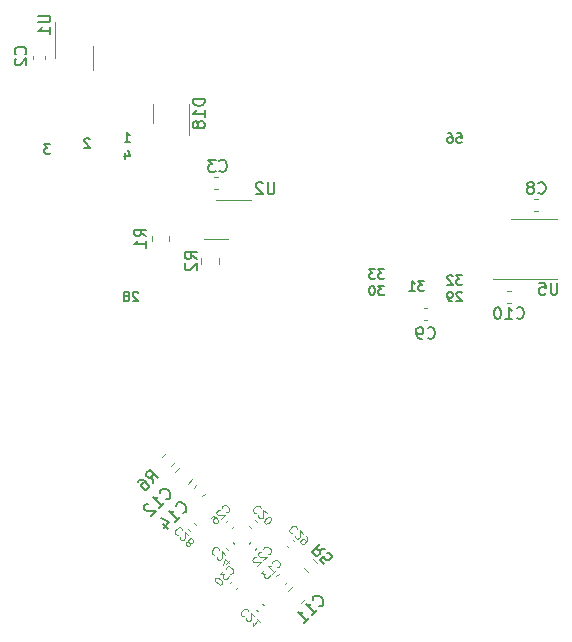
<source format=gbr>
%TF.GenerationSoftware,KiCad,Pcbnew,(6.0.8-1)-1*%
%TF.CreationDate,2022-10-19T15:00:50-05:00*%
%TF.ProjectId,NR1B-SQT56,4e523142-2d53-4515-9435-362e6b696361,rev?*%
%TF.SameCoordinates,Original*%
%TF.FileFunction,Legend,Bot*%
%TF.FilePolarity,Positive*%
%FSLAX46Y46*%
G04 Gerber Fmt 4.6, Leading zero omitted, Abs format (unit mm)*
G04 Created by KiCad (PCBNEW (6.0.8-1)-1) date 2022-10-19 15:00:50*
%MOMM*%
%LPD*%
G01*
G04 APERTURE LIST*
%ADD10C,0.150000*%
%ADD11C,0.100000*%
%ADD12C,0.120000*%
G04 APERTURE END LIST*
D10*
%TO.C,U6*%
X78460924Y-92111162D02*
X77965686Y-92111162D01*
X78232353Y-92415924D01*
X78118067Y-92415924D01*
X78041877Y-92454019D01*
X78003781Y-92492115D01*
X77965686Y-92568305D01*
X77965686Y-92758781D01*
X78003781Y-92834972D01*
X78041877Y-92873067D01*
X78118067Y-92911162D01*
X78346638Y-92911162D01*
X78422829Y-92873067D01*
X78460924Y-92834972D01*
X112884734Y-91211162D02*
X113265686Y-91211162D01*
X113303781Y-91592115D01*
X113265686Y-91554019D01*
X113189496Y-91515924D01*
X112999019Y-91515924D01*
X112922829Y-91554019D01*
X112884734Y-91592115D01*
X112846638Y-91668305D01*
X112846638Y-91858781D01*
X112884734Y-91934972D01*
X112922829Y-91973067D01*
X112999019Y-92011162D01*
X113189496Y-92011162D01*
X113265686Y-91973067D01*
X113303781Y-91934972D01*
X112160924Y-91211162D02*
X112313305Y-91211162D01*
X112389496Y-91249258D01*
X112427591Y-91287353D01*
X112503781Y-91401638D01*
X112541877Y-91554019D01*
X112541877Y-91858781D01*
X112503781Y-91934972D01*
X112465686Y-91973067D01*
X112389496Y-92011162D01*
X112237115Y-92011162D01*
X112160924Y-91973067D01*
X112122829Y-91934972D01*
X112084734Y-91858781D01*
X112084734Y-91668305D01*
X112122829Y-91592115D01*
X112160924Y-91554019D01*
X112237115Y-91515924D01*
X112389496Y-91515924D01*
X112465686Y-91554019D01*
X112503781Y-91592115D01*
X112541877Y-91668305D01*
X84765686Y-91911162D02*
X85222829Y-91911162D01*
X84994258Y-91911162D02*
X84994258Y-91111162D01*
X85070448Y-91225448D01*
X85146638Y-91301638D01*
X85222829Y-91339734D01*
X106741877Y-102711162D02*
X106246638Y-102711162D01*
X106513305Y-103015924D01*
X106399019Y-103015924D01*
X106322829Y-103054019D01*
X106284734Y-103092115D01*
X106246638Y-103168305D01*
X106246638Y-103358781D01*
X106284734Y-103434972D01*
X106322829Y-103473067D01*
X106399019Y-103511162D01*
X106627591Y-103511162D01*
X106703781Y-103473067D01*
X106741877Y-103434972D01*
X105979972Y-102711162D02*
X105484734Y-102711162D01*
X105751400Y-103015924D01*
X105637115Y-103015924D01*
X105560924Y-103054019D01*
X105522829Y-103092115D01*
X105484734Y-103168305D01*
X105484734Y-103358781D01*
X105522829Y-103434972D01*
X105560924Y-103473067D01*
X105637115Y-103511162D01*
X105865686Y-103511162D01*
X105941877Y-103473067D01*
X105979972Y-103434972D01*
X81822829Y-91687353D02*
X81784734Y-91649258D01*
X81708543Y-91611162D01*
X81518067Y-91611162D01*
X81441877Y-91649258D01*
X81403781Y-91687353D01*
X81365686Y-91763543D01*
X81365686Y-91839734D01*
X81403781Y-91954019D01*
X81860924Y-92411162D01*
X81365686Y-92411162D01*
X84841877Y-92877829D02*
X84841877Y-93411162D01*
X85032353Y-92573067D02*
X85222829Y-93144496D01*
X84727591Y-93144496D01*
X113303781Y-104687353D02*
X113265686Y-104649258D01*
X113189496Y-104611162D01*
X112999019Y-104611162D01*
X112922829Y-104649258D01*
X112884734Y-104687353D01*
X112846638Y-104763543D01*
X112846638Y-104839734D01*
X112884734Y-104954019D01*
X113341877Y-105411162D01*
X112846638Y-105411162D01*
X112465686Y-105411162D02*
X112313305Y-105411162D01*
X112237115Y-105373067D01*
X112199019Y-105334972D01*
X112122829Y-105220686D01*
X112084734Y-105068305D01*
X112084734Y-104763543D01*
X112122829Y-104687353D01*
X112160924Y-104649258D01*
X112237115Y-104611162D01*
X112389496Y-104611162D01*
X112465686Y-104649258D01*
X112503781Y-104687353D01*
X112541877Y-104763543D01*
X112541877Y-104954019D01*
X112503781Y-105030210D01*
X112465686Y-105068305D01*
X112389496Y-105106400D01*
X112237115Y-105106400D01*
X112160924Y-105068305D01*
X112122829Y-105030210D01*
X112084734Y-104954019D01*
X113341877Y-103211162D02*
X112846638Y-103211162D01*
X113113305Y-103515924D01*
X112999019Y-103515924D01*
X112922829Y-103554019D01*
X112884734Y-103592115D01*
X112846638Y-103668305D01*
X112846638Y-103858781D01*
X112884734Y-103934972D01*
X112922829Y-103973067D01*
X112999019Y-104011162D01*
X113227591Y-104011162D01*
X113303781Y-103973067D01*
X113341877Y-103934972D01*
X112541877Y-103287353D02*
X112503781Y-103249258D01*
X112427591Y-103211162D01*
X112237115Y-103211162D01*
X112160924Y-103249258D01*
X112122829Y-103287353D01*
X112084734Y-103363543D01*
X112084734Y-103439734D01*
X112122829Y-103554019D01*
X112579972Y-104011162D01*
X112084734Y-104011162D01*
X106741877Y-104111162D02*
X106246638Y-104111162D01*
X106513305Y-104415924D01*
X106399019Y-104415924D01*
X106322829Y-104454019D01*
X106284734Y-104492115D01*
X106246638Y-104568305D01*
X106246638Y-104758781D01*
X106284734Y-104834972D01*
X106322829Y-104873067D01*
X106399019Y-104911162D01*
X106627591Y-104911162D01*
X106703781Y-104873067D01*
X106741877Y-104834972D01*
X105751400Y-104111162D02*
X105675210Y-104111162D01*
X105599019Y-104149258D01*
X105560924Y-104187353D01*
X105522829Y-104263543D01*
X105484734Y-104415924D01*
X105484734Y-104606400D01*
X105522829Y-104758781D01*
X105560924Y-104834972D01*
X105599019Y-104873067D01*
X105675210Y-104911162D01*
X105751400Y-104911162D01*
X105827591Y-104873067D01*
X105865686Y-104834972D01*
X105903781Y-104758781D01*
X105941877Y-104606400D01*
X105941877Y-104415924D01*
X105903781Y-104263543D01*
X105865686Y-104187353D01*
X105827591Y-104149258D01*
X105751400Y-104111162D01*
X85903781Y-104687353D02*
X85865686Y-104649258D01*
X85789496Y-104611162D01*
X85599019Y-104611162D01*
X85522829Y-104649258D01*
X85484734Y-104687353D01*
X85446638Y-104763543D01*
X85446638Y-104839734D01*
X85484734Y-104954019D01*
X85941877Y-105411162D01*
X85446638Y-105411162D01*
X84989496Y-104954019D02*
X85065686Y-104915924D01*
X85103781Y-104877829D01*
X85141877Y-104801638D01*
X85141877Y-104763543D01*
X85103781Y-104687353D01*
X85065686Y-104649258D01*
X84989496Y-104611162D01*
X84837115Y-104611162D01*
X84760924Y-104649258D01*
X84722829Y-104687353D01*
X84684734Y-104763543D01*
X84684734Y-104801638D01*
X84722829Y-104877829D01*
X84760924Y-104915924D01*
X84837115Y-104954019D01*
X84989496Y-104954019D01*
X85065686Y-104992115D01*
X85103781Y-105030210D01*
X85141877Y-105106400D01*
X85141877Y-105258781D01*
X85103781Y-105334972D01*
X85065686Y-105373067D01*
X84989496Y-105411162D01*
X84837115Y-105411162D01*
X84760924Y-105373067D01*
X84722829Y-105334972D01*
X84684734Y-105258781D01*
X84684734Y-105106400D01*
X84722829Y-105030210D01*
X84760924Y-104992115D01*
X84837115Y-104954019D01*
X110141877Y-103711162D02*
X109646638Y-103711162D01*
X109913305Y-104015924D01*
X109799019Y-104015924D01*
X109722829Y-104054019D01*
X109684734Y-104092115D01*
X109646638Y-104168305D01*
X109646638Y-104358781D01*
X109684734Y-104434972D01*
X109722829Y-104473067D01*
X109799019Y-104511162D01*
X110027591Y-104511162D01*
X110103781Y-104473067D01*
X110141877Y-104434972D01*
X108884734Y-104511162D02*
X109341877Y-104511162D01*
X109113305Y-104511162D02*
X109113305Y-103711162D01*
X109189496Y-103825448D01*
X109265686Y-103901638D01*
X109341877Y-103939734D01*
%TO.C,C9*%
X110436666Y-108507142D02*
X110484285Y-108554761D01*
X110627142Y-108602380D01*
X110722380Y-108602380D01*
X110865238Y-108554761D01*
X110960476Y-108459523D01*
X111008095Y-108364285D01*
X111055714Y-108173809D01*
X111055714Y-108030952D01*
X111008095Y-107840476D01*
X110960476Y-107745238D01*
X110865238Y-107650000D01*
X110722380Y-107602380D01*
X110627142Y-107602380D01*
X110484285Y-107650000D01*
X110436666Y-107697619D01*
X109960476Y-108602380D02*
X109770000Y-108602380D01*
X109674761Y-108554761D01*
X109627142Y-108507142D01*
X109531904Y-108364285D01*
X109484285Y-108173809D01*
X109484285Y-107792857D01*
X109531904Y-107697619D01*
X109579523Y-107650000D01*
X109674761Y-107602380D01*
X109865238Y-107602380D01*
X109960476Y-107650000D01*
X110008095Y-107697619D01*
X110055714Y-107792857D01*
X110055714Y-108030952D01*
X110008095Y-108126190D01*
X109960476Y-108173809D01*
X109865238Y-108221428D01*
X109674761Y-108221428D01*
X109579523Y-108173809D01*
X109531904Y-108126190D01*
X109484285Y-108030952D01*
D11*
%TO.C,C21*%
X95251723Y-131672548D02*
X95251723Y-131625407D01*
X95204583Y-131531126D01*
X95157442Y-131483986D01*
X95063161Y-131436845D01*
X94968880Y-131436845D01*
X94898170Y-131460416D01*
X94780319Y-131531126D01*
X94709608Y-131601837D01*
X94638897Y-131719688D01*
X94615327Y-131790399D01*
X94615327Y-131884680D01*
X94662467Y-131978961D01*
X94709608Y-132026101D01*
X94803889Y-132073242D01*
X94851029Y-132073242D01*
X95039591Y-132261803D02*
X95039591Y-132308944D01*
X95063161Y-132379655D01*
X95181012Y-132497506D01*
X95251723Y-132521076D01*
X95298864Y-132521076D01*
X95369574Y-132497506D01*
X95416715Y-132450365D01*
X95463855Y-132356084D01*
X95463855Y-131790399D01*
X95770268Y-132096812D01*
X96241673Y-132568216D02*
X95958830Y-132285374D01*
X96100251Y-132426795D02*
X95605277Y-132921770D01*
X95628847Y-132803919D01*
X95628847Y-132709638D01*
X95605277Y-132638927D01*
%TO.C,C20*%
X96291171Y-122953921D02*
X96291171Y-122906780D01*
X96244031Y-122812499D01*
X96196890Y-122765359D01*
X96102609Y-122718218D01*
X96008328Y-122718218D01*
X95937618Y-122741789D01*
X95819767Y-122812499D01*
X95749056Y-122883210D01*
X95678345Y-123001061D01*
X95654775Y-123071772D01*
X95654775Y-123166053D01*
X95701915Y-123260334D01*
X95749056Y-123307474D01*
X95843337Y-123354615D01*
X95890477Y-123354615D01*
X96079039Y-123543176D02*
X96079039Y-123590317D01*
X96102609Y-123661028D01*
X96220460Y-123778879D01*
X96291171Y-123802449D01*
X96338312Y-123802449D01*
X96409022Y-123778879D01*
X96456163Y-123731738D01*
X96503303Y-123637457D01*
X96503303Y-123071772D01*
X96809716Y-123378185D01*
X96621154Y-124179573D02*
X96668295Y-124226713D01*
X96739005Y-124250283D01*
X96786146Y-124250283D01*
X96856857Y-124226713D01*
X96974708Y-124156002D01*
X97092559Y-124038151D01*
X97163270Y-123920300D01*
X97186840Y-123849589D01*
X97186840Y-123802449D01*
X97163270Y-123731738D01*
X97116129Y-123684598D01*
X97045418Y-123661028D01*
X96998278Y-123661028D01*
X96927567Y-123684598D01*
X96809716Y-123755308D01*
X96691865Y-123873160D01*
X96621154Y-123991011D01*
X96597584Y-124061721D01*
X96597584Y-124108862D01*
X96621154Y-124179573D01*
%TO.C,C30*%
X93738515Y-128504709D02*
X93785656Y-128504709D01*
X93879937Y-128457569D01*
X93927077Y-128410428D01*
X93974218Y-128316147D01*
X93974218Y-128221866D01*
X93950647Y-128151156D01*
X93879937Y-128033305D01*
X93809226Y-127962594D01*
X93691375Y-127891883D01*
X93620664Y-127868313D01*
X93526383Y-127868313D01*
X93432102Y-127915453D01*
X93384962Y-127962594D01*
X93337821Y-128056875D01*
X93337821Y-128104015D01*
X93125689Y-128221866D02*
X92819276Y-128528279D01*
X93172830Y-128551850D01*
X93102119Y-128622560D01*
X93078549Y-128693271D01*
X93078549Y-128740411D01*
X93102119Y-128811122D01*
X93219970Y-128928973D01*
X93290681Y-128952543D01*
X93337821Y-128952543D01*
X93408532Y-128928973D01*
X93549953Y-128787552D01*
X93573524Y-128716841D01*
X93573524Y-128669701D01*
X92512863Y-128834692D02*
X92465723Y-128881833D01*
X92442153Y-128952543D01*
X92442153Y-128999684D01*
X92465723Y-129070395D01*
X92536434Y-129188246D01*
X92654285Y-129306097D01*
X92772136Y-129376808D01*
X92842847Y-129400378D01*
X92889987Y-129400378D01*
X92960698Y-129376808D01*
X93007838Y-129329667D01*
X93031408Y-129258956D01*
X93031408Y-129211816D01*
X93007838Y-129141105D01*
X92937128Y-129023254D01*
X92819276Y-128905403D01*
X92701425Y-128834692D01*
X92630715Y-128811122D01*
X92583574Y-128811122D01*
X92512863Y-128834692D01*
D10*
%TO.C,C12*%
X88307106Y-122197969D02*
X88374450Y-122197969D01*
X88509137Y-122130625D01*
X88576480Y-122063282D01*
X88643824Y-121928595D01*
X88643824Y-121793908D01*
X88610152Y-121692893D01*
X88509137Y-121524534D01*
X88408122Y-121423519D01*
X88239763Y-121322503D01*
X88138748Y-121288832D01*
X88004061Y-121288832D01*
X87869374Y-121356175D01*
X87802030Y-121423519D01*
X87734687Y-121558206D01*
X87734687Y-121625549D01*
X87701015Y-122938748D02*
X88105076Y-122534687D01*
X87903045Y-122736717D02*
X87195938Y-122029610D01*
X87364297Y-122063282D01*
X87498984Y-122063282D01*
X87600000Y-122029610D01*
X86791877Y-122568358D02*
X86724534Y-122568358D01*
X86623519Y-122602030D01*
X86455160Y-122770389D01*
X86421488Y-122871404D01*
X86421488Y-122938748D01*
X86455160Y-123039763D01*
X86522503Y-123107106D01*
X86657190Y-123174450D01*
X87465312Y-123174450D01*
X87027580Y-123612183D01*
%TO.C,C8*%
X119796666Y-96227142D02*
X119844285Y-96274761D01*
X119987142Y-96322380D01*
X120082380Y-96322380D01*
X120225238Y-96274761D01*
X120320476Y-96179523D01*
X120368095Y-96084285D01*
X120415714Y-95893809D01*
X120415714Y-95750952D01*
X120368095Y-95560476D01*
X120320476Y-95465238D01*
X120225238Y-95370000D01*
X120082380Y-95322380D01*
X119987142Y-95322380D01*
X119844285Y-95370000D01*
X119796666Y-95417619D01*
X119225238Y-95750952D02*
X119320476Y-95703333D01*
X119368095Y-95655714D01*
X119415714Y-95560476D01*
X119415714Y-95512857D01*
X119368095Y-95417619D01*
X119320476Y-95370000D01*
X119225238Y-95322380D01*
X119034761Y-95322380D01*
X118939523Y-95370000D01*
X118891904Y-95417619D01*
X118844285Y-95512857D01*
X118844285Y-95560476D01*
X118891904Y-95655714D01*
X118939523Y-95703333D01*
X119034761Y-95750952D01*
X119225238Y-95750952D01*
X119320476Y-95798571D01*
X119368095Y-95846190D01*
X119415714Y-95941428D01*
X119415714Y-96131904D01*
X119368095Y-96227142D01*
X119320476Y-96274761D01*
X119225238Y-96322380D01*
X119034761Y-96322380D01*
X118939523Y-96274761D01*
X118891904Y-96227142D01*
X118844285Y-96131904D01*
X118844285Y-95941428D01*
X118891904Y-95846190D01*
X118939523Y-95798571D01*
X119034761Y-95750952D01*
%TO.C,U1*%
X77462380Y-81238095D02*
X78271904Y-81238095D01*
X78367142Y-81285714D01*
X78414761Y-81333333D01*
X78462380Y-81428571D01*
X78462380Y-81619047D01*
X78414761Y-81714285D01*
X78367142Y-81761904D01*
X78271904Y-81809523D01*
X77462380Y-81809523D01*
X78462380Y-82809523D02*
X78462380Y-82238095D01*
X78462380Y-82523809D02*
X77462380Y-82523809D01*
X77605238Y-82428571D01*
X77700476Y-82333333D01*
X77748095Y-82238095D01*
D11*
%TO.C,C29*%
X99370620Y-124661584D02*
X99370620Y-124614443D01*
X99323480Y-124520162D01*
X99276339Y-124473022D01*
X99182058Y-124425881D01*
X99087777Y-124425881D01*
X99017067Y-124449452D01*
X98899216Y-124520162D01*
X98828505Y-124590873D01*
X98757794Y-124708724D01*
X98734224Y-124779435D01*
X98734224Y-124873716D01*
X98781364Y-124967997D01*
X98828505Y-125015137D01*
X98922786Y-125062278D01*
X98969926Y-125062278D01*
X99158488Y-125250839D02*
X99158488Y-125297980D01*
X99182058Y-125368691D01*
X99299909Y-125486542D01*
X99370620Y-125510112D01*
X99417761Y-125510112D01*
X99488471Y-125486542D01*
X99535612Y-125439401D01*
X99582752Y-125345120D01*
X99582752Y-124779435D01*
X99889165Y-125085848D01*
X100124867Y-125321550D02*
X100219148Y-125415831D01*
X100242719Y-125486542D01*
X100242719Y-125533682D01*
X100219148Y-125651533D01*
X100148438Y-125769384D01*
X99959876Y-125957946D01*
X99889165Y-125981516D01*
X99842025Y-125981516D01*
X99771314Y-125957946D01*
X99677033Y-125863665D01*
X99653463Y-125792955D01*
X99653463Y-125745814D01*
X99677033Y-125675103D01*
X99794884Y-125557252D01*
X99865595Y-125533682D01*
X99912735Y-125533682D01*
X99983446Y-125557252D01*
X100077727Y-125651533D01*
X100101297Y-125722244D01*
X100101297Y-125769384D01*
X100077727Y-125840095D01*
D10*
%TO.C,C11*%
X101265666Y-131247778D02*
X101333010Y-131247778D01*
X101467697Y-131180434D01*
X101535040Y-131113091D01*
X101602384Y-130978404D01*
X101602384Y-130843717D01*
X101568712Y-130742702D01*
X101467697Y-130574343D01*
X101366682Y-130473328D01*
X101198323Y-130372312D01*
X101097308Y-130338641D01*
X100962621Y-130338641D01*
X100827934Y-130405984D01*
X100760590Y-130473328D01*
X100693247Y-130608015D01*
X100693247Y-130675358D01*
X100659575Y-131988557D02*
X101063636Y-131584496D01*
X100861605Y-131786526D02*
X100154498Y-131079419D01*
X100322857Y-131113091D01*
X100457544Y-131113091D01*
X100558560Y-131079419D01*
X99986140Y-132661992D02*
X100390201Y-132257931D01*
X100188170Y-132459961D02*
X99481063Y-131752854D01*
X99649422Y-131786526D01*
X99784109Y-131786526D01*
X99885124Y-131752854D01*
%TO.C,R1*%
X86602380Y-99933333D02*
X86126190Y-99600000D01*
X86602380Y-99361904D02*
X85602380Y-99361904D01*
X85602380Y-99742857D01*
X85650000Y-99838095D01*
X85697619Y-99885714D01*
X85792857Y-99933333D01*
X85935714Y-99933333D01*
X86030952Y-99885714D01*
X86078571Y-99838095D01*
X86126190Y-99742857D01*
X86126190Y-99361904D01*
X86602380Y-100885714D02*
X86602380Y-100314285D01*
X86602380Y-100600000D02*
X85602380Y-100600000D01*
X85745238Y-100504761D01*
X85840476Y-100409523D01*
X85888095Y-100314285D01*
%TO.C,C3*%
X92807246Y-94357142D02*
X92854865Y-94404761D01*
X92997722Y-94452380D01*
X93092960Y-94452380D01*
X93235818Y-94404761D01*
X93331056Y-94309523D01*
X93378675Y-94214285D01*
X93426294Y-94023809D01*
X93426294Y-93880952D01*
X93378675Y-93690476D01*
X93331056Y-93595238D01*
X93235818Y-93500000D01*
X93092960Y-93452380D01*
X92997722Y-93452380D01*
X92854865Y-93500000D01*
X92807246Y-93547619D01*
X92473913Y-93452380D02*
X91854865Y-93452380D01*
X92188199Y-93833333D01*
X92045341Y-93833333D01*
X91950103Y-93880952D01*
X91902484Y-93928571D01*
X91854865Y-94023809D01*
X91854865Y-94261904D01*
X91902484Y-94357142D01*
X91950103Y-94404761D01*
X92045341Y-94452380D01*
X92331056Y-94452380D01*
X92426294Y-94404761D01*
X92473913Y-94357142D01*
%TO.C,R5*%
X101747005Y-126355778D02*
X101174585Y-126456793D01*
X101342944Y-125951717D02*
X100635837Y-126658823D01*
X100905211Y-126928198D01*
X101006226Y-126961869D01*
X101073570Y-126961869D01*
X101174585Y-126928198D01*
X101275600Y-126827182D01*
X101309272Y-126726167D01*
X101309272Y-126658823D01*
X101275600Y-126557808D01*
X101006226Y-126288434D01*
X101679662Y-127702648D02*
X101342944Y-127365930D01*
X101645990Y-126995541D01*
X101645990Y-127062885D01*
X101679662Y-127163900D01*
X101848020Y-127332259D01*
X101949036Y-127365930D01*
X102016379Y-127365930D01*
X102117394Y-127332259D01*
X102285753Y-127163900D01*
X102319425Y-127062885D01*
X102319425Y-126995541D01*
X102285753Y-126894526D01*
X102117394Y-126726167D01*
X102016379Y-126692495D01*
X101949036Y-126692495D01*
%TO.C,C14*%
X89676186Y-123363538D02*
X89743530Y-123363538D01*
X89878217Y-123296194D01*
X89945560Y-123228851D01*
X90012904Y-123094164D01*
X90012904Y-122959477D01*
X89979232Y-122858462D01*
X89878217Y-122690103D01*
X89777202Y-122589088D01*
X89608843Y-122488072D01*
X89507828Y-122454401D01*
X89373141Y-122454401D01*
X89238454Y-122521744D01*
X89171110Y-122589088D01*
X89103767Y-122723775D01*
X89103767Y-122791118D01*
X89070095Y-124104317D02*
X89474156Y-123700256D01*
X89272125Y-123902286D02*
X88565018Y-123195179D01*
X88733377Y-123228851D01*
X88868064Y-123228851D01*
X88969080Y-123195179D01*
X87992599Y-124239004D02*
X88464003Y-124710408D01*
X87891583Y-123801271D02*
X88565018Y-124137988D01*
X88127286Y-124575721D01*
D11*
%TO.C,C22*%
X96920495Y-126821795D02*
X96967636Y-126821795D01*
X97061917Y-126774655D01*
X97109057Y-126727514D01*
X97156198Y-126633233D01*
X97156198Y-126538952D01*
X97132627Y-126468242D01*
X97061917Y-126350391D01*
X96991206Y-126279680D01*
X96873355Y-126208969D01*
X96802644Y-126185399D01*
X96708363Y-126185399D01*
X96614082Y-126232539D01*
X96566942Y-126279680D01*
X96519801Y-126373961D01*
X96519801Y-126421101D01*
X96331240Y-126609663D02*
X96284099Y-126609663D01*
X96213388Y-126633233D01*
X96095537Y-126751084D01*
X96071967Y-126821795D01*
X96071967Y-126868936D01*
X96095537Y-126939646D01*
X96142678Y-126986787D01*
X96236959Y-127033927D01*
X96802644Y-127033927D01*
X96496231Y-127340340D01*
X95859835Y-127081068D02*
X95812695Y-127081068D01*
X95741984Y-127104638D01*
X95624133Y-127222489D01*
X95600563Y-127293200D01*
X95600563Y-127340340D01*
X95624133Y-127411051D01*
X95671273Y-127458191D01*
X95765554Y-127505332D01*
X96331240Y-127505332D01*
X96024827Y-127811745D01*
D10*
%TO.C,U2*%
X97461904Y-95352380D02*
X97461904Y-96161904D01*
X97414285Y-96257142D01*
X97366666Y-96304761D01*
X97271428Y-96352380D01*
X97080952Y-96352380D01*
X96985714Y-96304761D01*
X96938095Y-96257142D01*
X96890476Y-96161904D01*
X96890476Y-95352380D01*
X96461904Y-95447619D02*
X96414285Y-95400000D01*
X96319047Y-95352380D01*
X96080952Y-95352380D01*
X95985714Y-95400000D01*
X95938095Y-95447619D01*
X95890476Y-95542857D01*
X95890476Y-95638095D01*
X95938095Y-95780952D01*
X96509523Y-96352380D01*
X95890476Y-96352380D01*
%TO.C,C2*%
X76357142Y-84492753D02*
X76404761Y-84445134D01*
X76452380Y-84302277D01*
X76452380Y-84207039D01*
X76404761Y-84064181D01*
X76309523Y-83968943D01*
X76214285Y-83921324D01*
X76023809Y-83873705D01*
X75880952Y-83873705D01*
X75690476Y-83921324D01*
X75595238Y-83968943D01*
X75500000Y-84064181D01*
X75452380Y-84207039D01*
X75452380Y-84302277D01*
X75500000Y-84445134D01*
X75547619Y-84492753D01*
X75547619Y-84873705D02*
X75500000Y-84921324D01*
X75452380Y-85016562D01*
X75452380Y-85254658D01*
X75500000Y-85349896D01*
X75547619Y-85397515D01*
X75642857Y-85445134D01*
X75738095Y-85445134D01*
X75880952Y-85397515D01*
X76452380Y-84826086D01*
X76452380Y-85445134D01*
D11*
%TO.C,C13*%
X97694974Y-127958578D02*
X97742115Y-127958578D01*
X97836396Y-127911438D01*
X97883536Y-127864297D01*
X97930677Y-127770016D01*
X97930677Y-127675735D01*
X97907106Y-127605025D01*
X97836396Y-127487174D01*
X97765685Y-127416463D01*
X97647834Y-127345752D01*
X97577123Y-127322182D01*
X97482842Y-127322182D01*
X97388561Y-127369322D01*
X97341421Y-127416463D01*
X97294280Y-127510744D01*
X97294280Y-127557884D01*
X97270710Y-128477123D02*
X97553553Y-128194280D01*
X97412132Y-128335702D02*
X96917157Y-127840727D01*
X97035008Y-127864297D01*
X97129289Y-127864297D01*
X97200000Y-127840727D01*
X96610744Y-128147140D02*
X96304331Y-128453553D01*
X96657884Y-128477123D01*
X96587174Y-128547834D01*
X96563603Y-128618544D01*
X96563603Y-128665685D01*
X96587174Y-128736396D01*
X96705025Y-128854247D01*
X96775735Y-128877817D01*
X96822876Y-128877817D01*
X96893587Y-128854247D01*
X97035008Y-128712825D01*
X97058578Y-128642115D01*
X97058578Y-128594974D01*
D10*
%TO.C,R6*%
X87187732Y-120802030D02*
X87086717Y-120229610D01*
X87591793Y-120397969D02*
X86884687Y-119690862D01*
X86615312Y-119960236D01*
X86581641Y-120061251D01*
X86581641Y-120128595D01*
X86615312Y-120229610D01*
X86716328Y-120330625D01*
X86817343Y-120364297D01*
X86884687Y-120364297D01*
X86985702Y-120330625D01*
X87255076Y-120061251D01*
X85874534Y-120701015D02*
X86009221Y-120566328D01*
X86110236Y-120532656D01*
X86177580Y-120532656D01*
X86345938Y-120566328D01*
X86514297Y-120667343D01*
X86783671Y-120936717D01*
X86817343Y-121037732D01*
X86817343Y-121105076D01*
X86783671Y-121206091D01*
X86648984Y-121340778D01*
X86547969Y-121374450D01*
X86480625Y-121374450D01*
X86379610Y-121340778D01*
X86211251Y-121172419D01*
X86177580Y-121071404D01*
X86177580Y-121004061D01*
X86211251Y-120903045D01*
X86345938Y-120768358D01*
X86446954Y-120734687D01*
X86514297Y-120734687D01*
X86615312Y-120768358D01*
%TO.C,C10*%
X117967857Y-106827142D02*
X118015476Y-106874761D01*
X118158333Y-106922380D01*
X118253571Y-106922380D01*
X118396428Y-106874761D01*
X118491666Y-106779523D01*
X118539285Y-106684285D01*
X118586904Y-106493809D01*
X118586904Y-106350952D01*
X118539285Y-106160476D01*
X118491666Y-106065238D01*
X118396428Y-105970000D01*
X118253571Y-105922380D01*
X118158333Y-105922380D01*
X118015476Y-105970000D01*
X117967857Y-106017619D01*
X117015476Y-106922380D02*
X117586904Y-106922380D01*
X117301190Y-106922380D02*
X117301190Y-105922380D01*
X117396428Y-106065238D01*
X117491666Y-106160476D01*
X117586904Y-106208095D01*
X116396428Y-105922380D02*
X116301190Y-105922380D01*
X116205952Y-105970000D01*
X116158333Y-106017619D01*
X116110714Y-106112857D01*
X116063095Y-106303333D01*
X116063095Y-106541428D01*
X116110714Y-106731904D01*
X116158333Y-106827142D01*
X116205952Y-106874761D01*
X116301190Y-106922380D01*
X116396428Y-106922380D01*
X116491666Y-106874761D01*
X116539285Y-106827142D01*
X116586904Y-106731904D01*
X116634523Y-106541428D01*
X116634523Y-106303333D01*
X116586904Y-106112857D01*
X116539285Y-106017619D01*
X116491666Y-105970000D01*
X116396428Y-105922380D01*
%TO.C,U5*%
X121421904Y-103852380D02*
X121421904Y-104661904D01*
X121374285Y-104757142D01*
X121326666Y-104804761D01*
X121231428Y-104852380D01*
X121040952Y-104852380D01*
X120945714Y-104804761D01*
X120898095Y-104757142D01*
X120850476Y-104661904D01*
X120850476Y-103852380D01*
X119898095Y-103852380D02*
X120374285Y-103852380D01*
X120421904Y-104328571D01*
X120374285Y-104280952D01*
X120279047Y-104233333D01*
X120040952Y-104233333D01*
X119945714Y-104280952D01*
X119898095Y-104328571D01*
X119850476Y-104423809D01*
X119850476Y-104661904D01*
X119898095Y-104757142D01*
X119945714Y-104804761D01*
X120040952Y-104852380D01*
X120279047Y-104852380D01*
X120374285Y-104804761D01*
X120421904Y-104757142D01*
D11*
%TO.C,C24*%
X92769779Y-126476146D02*
X92769779Y-126429005D01*
X92722639Y-126334724D01*
X92675498Y-126287584D01*
X92581217Y-126240443D01*
X92486936Y-126240443D01*
X92416226Y-126264014D01*
X92298375Y-126334724D01*
X92227664Y-126405435D01*
X92156953Y-126523286D01*
X92133383Y-126593997D01*
X92133383Y-126688278D01*
X92180523Y-126782559D01*
X92227664Y-126829699D01*
X92321945Y-126876840D01*
X92369085Y-126876840D01*
X92557647Y-127065401D02*
X92557647Y-127112542D01*
X92581217Y-127183253D01*
X92699068Y-127301104D01*
X92769779Y-127324674D01*
X92816920Y-127324674D01*
X92887630Y-127301104D01*
X92934771Y-127253963D01*
X92981911Y-127159682D01*
X92981911Y-126593997D01*
X93288324Y-126900410D01*
X93382605Y-127654657D02*
X93712588Y-127324674D01*
X93076192Y-127725368D02*
X93311894Y-127253963D01*
X93618307Y-127560376D01*
%TO.C,C26*%
X93399103Y-123300403D02*
X93446244Y-123300403D01*
X93540525Y-123253263D01*
X93587665Y-123206122D01*
X93634806Y-123111841D01*
X93634806Y-123017560D01*
X93611235Y-122946850D01*
X93540525Y-122828999D01*
X93469814Y-122758288D01*
X93351963Y-122687577D01*
X93281252Y-122664007D01*
X93186971Y-122664007D01*
X93092690Y-122711147D01*
X93045550Y-122758288D01*
X92998409Y-122852569D01*
X92998409Y-122899709D01*
X92809848Y-123088271D02*
X92762707Y-123088271D01*
X92691996Y-123111841D01*
X92574145Y-123229692D01*
X92550575Y-123300403D01*
X92550575Y-123347544D01*
X92574145Y-123418254D01*
X92621286Y-123465395D01*
X92715567Y-123512535D01*
X93281252Y-123512535D01*
X92974839Y-123818948D01*
X92055600Y-123748237D02*
X92149881Y-123653957D01*
X92220592Y-123630386D01*
X92267732Y-123630386D01*
X92385584Y-123653957D01*
X92503435Y-123724667D01*
X92691996Y-123913229D01*
X92715567Y-123983940D01*
X92715567Y-124031080D01*
X92691996Y-124101791D01*
X92597716Y-124196072D01*
X92527005Y-124219642D01*
X92479864Y-124219642D01*
X92409154Y-124196072D01*
X92291303Y-124078221D01*
X92267732Y-124007510D01*
X92267732Y-123960369D01*
X92291303Y-123889659D01*
X92385584Y-123795378D01*
X92456294Y-123771808D01*
X92503435Y-123771808D01*
X92574145Y-123795378D01*
D10*
%TO.C,R2*%
X90877380Y-101833333D02*
X90401190Y-101500000D01*
X90877380Y-101261904D02*
X89877380Y-101261904D01*
X89877380Y-101642857D01*
X89925000Y-101738095D01*
X89972619Y-101785714D01*
X90067857Y-101833333D01*
X90210714Y-101833333D01*
X90305952Y-101785714D01*
X90353571Y-101738095D01*
X90401190Y-101642857D01*
X90401190Y-101261904D01*
X89972619Y-102214285D02*
X89925000Y-102261904D01*
X89877380Y-102357142D01*
X89877380Y-102595238D01*
X89925000Y-102690476D01*
X89972619Y-102738095D01*
X90067857Y-102785714D01*
X90163095Y-102785714D01*
X90305952Y-102738095D01*
X90877380Y-102166666D01*
X90877380Y-102785714D01*
D11*
%TO.C,C28*%
X89658578Y-124805025D02*
X89658578Y-124757884D01*
X89611438Y-124663603D01*
X89564297Y-124616463D01*
X89470016Y-124569322D01*
X89375735Y-124569322D01*
X89305025Y-124592893D01*
X89187174Y-124663603D01*
X89116463Y-124734314D01*
X89045752Y-124852165D01*
X89022182Y-124922876D01*
X89022182Y-125017157D01*
X89069322Y-125111438D01*
X89116463Y-125158578D01*
X89210744Y-125205719D01*
X89257884Y-125205719D01*
X89446446Y-125394280D02*
X89446446Y-125441421D01*
X89470016Y-125512132D01*
X89587867Y-125629983D01*
X89658578Y-125653553D01*
X89705719Y-125653553D01*
X89776429Y-125629983D01*
X89823570Y-125582842D01*
X89870710Y-125488561D01*
X89870710Y-124922876D01*
X90177123Y-125229289D01*
X90177123Y-125794974D02*
X90106412Y-125771404D01*
X90059272Y-125771404D01*
X89988561Y-125794974D01*
X89964991Y-125818544D01*
X89941421Y-125889255D01*
X89941421Y-125936396D01*
X89964991Y-126007106D01*
X90059272Y-126101387D01*
X90129983Y-126124957D01*
X90177123Y-126124957D01*
X90247834Y-126101387D01*
X90271404Y-126077817D01*
X90294974Y-126007106D01*
X90294974Y-125959966D01*
X90271404Y-125889255D01*
X90177123Y-125794974D01*
X90153553Y-125724264D01*
X90153553Y-125677123D01*
X90177123Y-125606412D01*
X90271404Y-125512132D01*
X90342115Y-125488561D01*
X90389255Y-125488561D01*
X90459966Y-125512132D01*
X90554247Y-125606412D01*
X90577817Y-125677123D01*
X90577817Y-125724264D01*
X90554247Y-125794974D01*
X90459966Y-125889255D01*
X90389255Y-125912825D01*
X90342115Y-125912825D01*
X90271404Y-125889255D01*
D10*
%TO.C,D18*%
X91552380Y-88285714D02*
X90552380Y-88285714D01*
X90552380Y-88523809D01*
X90600000Y-88666666D01*
X90695238Y-88761904D01*
X90790476Y-88809523D01*
X90980952Y-88857142D01*
X91123809Y-88857142D01*
X91314285Y-88809523D01*
X91409523Y-88761904D01*
X91504761Y-88666666D01*
X91552380Y-88523809D01*
X91552380Y-88285714D01*
X91552380Y-89809523D02*
X91552380Y-89238095D01*
X91552380Y-89523809D02*
X90552380Y-89523809D01*
X90695238Y-89428571D01*
X90790476Y-89333333D01*
X90838095Y-89238095D01*
X90980952Y-90380952D02*
X90933333Y-90285714D01*
X90885714Y-90238095D01*
X90790476Y-90190476D01*
X90742857Y-90190476D01*
X90647619Y-90238095D01*
X90600000Y-90285714D01*
X90552380Y-90380952D01*
X90552380Y-90571428D01*
X90600000Y-90666666D01*
X90647619Y-90714285D01*
X90742857Y-90761904D01*
X90790476Y-90761904D01*
X90885714Y-90714285D01*
X90933333Y-90666666D01*
X90980952Y-90571428D01*
X90980952Y-90380952D01*
X91028571Y-90285714D01*
X91076190Y-90238095D01*
X91171428Y-90190476D01*
X91361904Y-90190476D01*
X91457142Y-90238095D01*
X91504761Y-90285714D01*
X91552380Y-90380952D01*
X91552380Y-90571428D01*
X91504761Y-90666666D01*
X91457142Y-90714285D01*
X91361904Y-90761904D01*
X91171428Y-90761904D01*
X91076190Y-90714285D01*
X91028571Y-90666666D01*
X90980952Y-90571428D01*
D12*
%TO.C,C9*%
X110375580Y-107040000D02*
X110094420Y-107040000D01*
X110375580Y-106020000D02*
X110094420Y-106020000D01*
%TO.C,C21*%
X96391696Y-131016469D02*
X96544199Y-131168972D01*
X95882579Y-131525586D02*
X96035082Y-131678089D01*
%TO.C,C20*%
X95434042Y-124599950D02*
X95281539Y-124447447D01*
X95943159Y-124090833D02*
X95790656Y-123938330D01*
%TO.C,C30*%
X94394595Y-129644682D02*
X94242092Y-129797185D01*
X93885478Y-129135565D02*
X93732975Y-129288068D01*
%TO.C,C12*%
X89450799Y-119463464D02*
X89081332Y-119832931D01*
X90490246Y-120502911D02*
X90120779Y-120872378D01*
%TO.C,C8*%
X119459420Y-97810000D02*
X119740580Y-97810000D01*
X119459420Y-96790000D02*
X119740580Y-96790000D01*
%TO.C,U1*%
X78880000Y-84800000D02*
X78880000Y-81800000D01*
X82120000Y-85800000D02*
X82120000Y-83800000D01*
%TO.C,C29*%
X98993849Y-125600031D02*
X99146352Y-125752534D01*
X98484732Y-126109148D02*
X98637235Y-126261651D01*
%TO.C,C11*%
X99010882Y-129546806D02*
X98641415Y-129916273D01*
X100050329Y-130586253D02*
X99680862Y-130955720D01*
%TO.C,R1*%
X87065000Y-99872936D02*
X87065000Y-100327064D01*
X88535000Y-99872936D02*
X88535000Y-100327064D01*
%TO.C,C3*%
X92359420Y-94890000D02*
X92640580Y-94890000D01*
X92359420Y-95910000D02*
X92640580Y-95910000D01*
%TO.C,R5*%
X101071042Y-127602977D02*
X100735509Y-127267444D01*
X100332115Y-128341904D02*
X99996582Y-128006371D01*
%TO.C,C14*%
X90839788Y-121008967D02*
X90640977Y-121207778D01*
X91561037Y-121730216D02*
X91362226Y-121929027D01*
%TO.C,C22*%
X95274467Y-125964666D02*
X95426970Y-125812163D01*
X95783584Y-126473783D02*
X95936087Y-126321280D01*
%TO.C,U2*%
X92500000Y-96880000D02*
X95500000Y-96880000D01*
X91500000Y-100120000D02*
X93500000Y-100120000D01*
%TO.C,C2*%
X78010000Y-84940580D02*
X78010000Y-84659420D01*
X76990000Y-84940580D02*
X76990000Y-84659420D01*
%TO.C,C13*%
X98533110Y-129197264D02*
X98334299Y-129396075D01*
X97811861Y-128476015D02*
X97613050Y-128674826D01*
%TO.C,R6*%
X87962770Y-118598303D02*
X88298303Y-118262770D01*
X88701697Y-119337230D02*
X89037230Y-119001697D01*
%TO.C,C10*%
X117184420Y-105550000D02*
X117465580Y-105550000D01*
X117184420Y-104530000D02*
X117465580Y-104530000D01*
%TO.C,U5*%
X119400000Y-98430000D02*
X121350000Y-98430000D01*
X119400000Y-98430000D02*
X117450000Y-98430000D01*
X119400000Y-103550000D02*
X121350000Y-103550000D01*
X119400000Y-103550000D02*
X115950000Y-103550000D01*
%TO.C,C24*%
X93909752Y-125820067D02*
X94062255Y-125972570D01*
X93400635Y-126329184D02*
X93553138Y-126481687D01*
%TO.C,C26*%
X93546066Y-123931259D02*
X93393563Y-124083762D01*
X94055183Y-124440376D02*
X93902680Y-124592879D01*
%TO.C,R2*%
X92735000Y-101772936D02*
X92735000Y-102227064D01*
X91265000Y-101772936D02*
X91265000Y-102227064D01*
%TO.C,C28*%
X90286304Y-124882793D02*
X90133801Y-124730290D01*
X90795421Y-124373676D02*
X90642918Y-124221173D01*
%TO.C,D18*%
X87140000Y-89500000D02*
X87140000Y-90300000D01*
X90260000Y-89500000D02*
X90260000Y-88700000D01*
X90260000Y-89500000D02*
X90260000Y-91300000D01*
X87140000Y-89500000D02*
X87140000Y-88700000D01*
%TD*%
M02*

</source>
